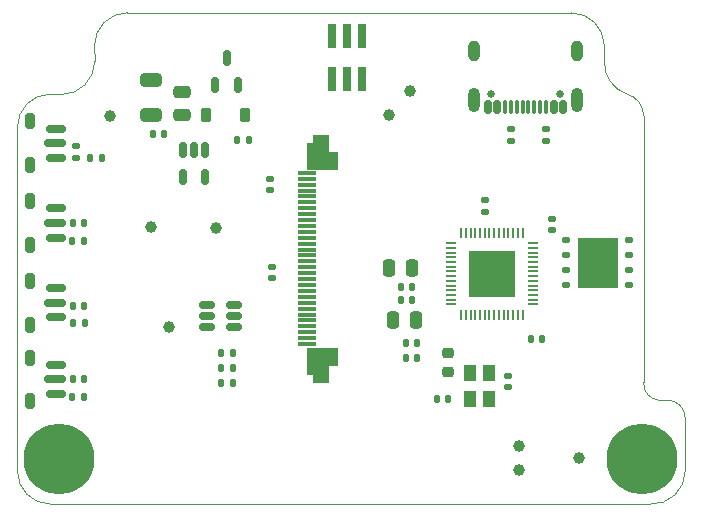
<source format=gbr>
%TF.GenerationSoftware,KiCad,Pcbnew,8.0.6*%
%TF.CreationDate,2024-11-01T22:46:24-06:00*%
%TF.ProjectId,bitaxe-ESP-OLED,62697461-7865-42d4-9553-502d4f4c4544,v0.4*%
%TF.SameCoordinates,Original*%
%TF.FileFunction,Soldermask,Bot*%
%TF.FilePolarity,Negative*%
%FSLAX46Y46*%
G04 Gerber Fmt 4.6, Leading zero omitted, Abs format (unit mm)*
G04 Created by KiCad (PCBNEW 8.0.6) date 2024-11-01 22:46:24*
%MOMM*%
%LPD*%
G01*
G04 APERTURE LIST*
G04 Aperture macros list*
%AMRoundRect*
0 Rectangle with rounded corners*
0 $1 Rounding radius*
0 $2 $3 $4 $5 $6 $7 $8 $9 X,Y pos of 4 corners*
0 Add a 4 corners polygon primitive as box body*
4,1,4,$2,$3,$4,$5,$6,$7,$8,$9,$2,$3,0*
0 Add four circle primitives for the rounded corners*
1,1,$1+$1,$2,$3*
1,1,$1+$1,$4,$5*
1,1,$1+$1,$6,$7*
1,1,$1+$1,$8,$9*
0 Add four rect primitives between the rounded corners*
20,1,$1+$1,$2,$3,$4,$5,0*
20,1,$1+$1,$4,$5,$6,$7,0*
20,1,$1+$1,$6,$7,$8,$9,0*
20,1,$1+$1,$8,$9,$2,$3,0*%
G04 Aperture macros list end*
%ADD10C,0.010000*%
%ADD11RoundRect,0.150000X-0.512500X-0.150000X0.512500X-0.150000X0.512500X0.150000X-0.512500X0.150000X0*%
%ADD12C,0.990600*%
%ADD13C,0.800000*%
%ADD14C,6.000000*%
%ADD15RoundRect,0.250000X0.475000X-0.250000X0.475000X0.250000X-0.475000X0.250000X-0.475000X-0.250000X0*%
%ADD16RoundRect,0.050000X-0.700000X0.150000X-0.700000X-0.150000X0.700000X-0.150000X0.700000X0.150000X0*%
%ADD17RoundRect,0.135000X-0.185000X0.135000X-0.185000X-0.135000X0.185000X-0.135000X0.185000X0.135000X0*%
%ADD18RoundRect,0.200000X0.200000X-0.450000X0.200000X0.450000X-0.200000X0.450000X-0.200000X-0.450000X0*%
%ADD19O,1.750000X0.740000*%
%ADD20RoundRect,0.150000X0.750000X-0.150000X0.750000X0.150000X-0.750000X0.150000X-0.750000X-0.150000X0*%
%ADD21RoundRect,0.135000X-0.135000X-0.185000X0.135000X-0.185000X0.135000X0.185000X-0.135000X0.185000X0*%
%ADD22RoundRect,0.250000X0.250000X0.475000X-0.250000X0.475000X-0.250000X-0.475000X0.250000X-0.475000X0*%
%ADD23R,1.100000X1.400000*%
%ADD24RoundRect,0.140000X-0.140000X-0.170000X0.140000X-0.170000X0.140000X0.170000X-0.140000X0.170000X0*%
%ADD25RoundRect,0.140000X-0.170000X0.140000X-0.170000X-0.140000X0.170000X-0.140000X0.170000X0.140000X0*%
%ADD26RoundRect,0.140000X0.170000X-0.140000X0.170000X0.140000X-0.170000X0.140000X-0.170000X-0.140000X0*%
%ADD27C,1.000000*%
%ADD28C,0.650000*%
%ADD29RoundRect,0.150000X-0.150000X-0.425000X0.150000X-0.425000X0.150000X0.425000X-0.150000X0.425000X0*%
%ADD30RoundRect,0.075000X-0.075000X-0.500000X0.075000X-0.500000X0.075000X0.500000X-0.075000X0.500000X0*%
%ADD31O,1.000000X1.800000*%
%ADD32O,1.000000X2.100000*%
%ADD33RoundRect,0.150000X-0.150000X0.512500X-0.150000X-0.512500X0.150000X-0.512500X0.150000X0.512500X0*%
%ADD34RoundRect,0.135000X0.135000X0.185000X-0.135000X0.185000X-0.135000X-0.185000X0.135000X-0.185000X0*%
%ADD35RoundRect,0.050000X-0.350000X-0.050000X0.350000X-0.050000X0.350000X0.050000X-0.350000X0.050000X0*%
%ADD36RoundRect,0.050000X-0.050000X-0.350000X0.050000X-0.350000X0.050000X0.350000X-0.050000X0.350000X0*%
%ADD37R,4.000000X4.000000*%
%ADD38RoundRect,0.150000X0.150000X-0.512500X0.150000X0.512500X-0.150000X0.512500X-0.150000X-0.512500X0*%
%ADD39RoundRect,0.125000X0.250000X0.125000X-0.250000X0.125000X-0.250000X-0.125000X0.250000X-0.125000X0*%
%ADD40R,3.400000X4.300000*%
%ADD41RoundRect,0.218750X0.256250X-0.218750X0.256250X0.218750X-0.256250X0.218750X-0.256250X-0.218750X0*%
%ADD42RoundRect,0.140000X0.140000X0.170000X-0.140000X0.170000X-0.140000X-0.170000X0.140000X-0.170000X0*%
%ADD43RoundRect,0.225000X-0.225000X-0.375000X0.225000X-0.375000X0.225000X0.375000X-0.225000X0.375000X0*%
%ADD44RoundRect,0.250000X0.650000X-0.325000X0.650000X0.325000X-0.650000X0.325000X-0.650000X-0.325000X0*%
%ADD45R,0.750000X2.100000*%
%TA.AperFunction,Profile*%
%ADD46C,0.100000*%
%TD*%
G04 APERTURE END LIST*
D10*
%TO.C,J4*%
X156400000Y-73950000D02*
X157100000Y-73950000D01*
X157100000Y-75400000D01*
X154600000Y-75400000D01*
X154600000Y-73250000D01*
X155100000Y-73250000D01*
X155100000Y-72550000D01*
X156400000Y-72550000D01*
X156400000Y-73950000D01*
G36*
X156400000Y-73950000D02*
G01*
X157100000Y-73950000D01*
X157100000Y-75400000D01*
X154600000Y-75400000D01*
X154600000Y-73250000D01*
X155100000Y-73250000D01*
X155100000Y-72550000D01*
X156400000Y-72550000D01*
X156400000Y-73950000D01*
G37*
X157100000Y-92050000D02*
X156400000Y-92050000D01*
X156400000Y-93450000D01*
X155100000Y-93450000D01*
X155100000Y-92750000D01*
X154600000Y-92750000D01*
X154600000Y-90600000D01*
X157100000Y-90600000D01*
X157100000Y-92050000D01*
G36*
X157100000Y-92050000D02*
G01*
X156400000Y-92050000D01*
X156400000Y-93450000D01*
X155100000Y-93450000D01*
X155100000Y-92750000D01*
X154600000Y-92750000D01*
X154600000Y-90600000D01*
X157100000Y-90600000D01*
X157100000Y-92050000D01*
G37*
%TD*%
D11*
%TO.C,U3*%
X146162500Y-88812500D03*
X146162500Y-87862500D03*
X146162500Y-86912500D03*
X148437500Y-86912500D03*
X148437500Y-87862500D03*
X148437500Y-88812500D03*
%TD*%
D12*
%TO.C,J3*%
X177625000Y-99920000D03*
X172545000Y-100936000D03*
X172545000Y-98904000D03*
%TD*%
D13*
%TO.C,H3*%
X131323000Y-100000000D03*
X131982010Y-98409010D03*
X131982010Y-101590990D03*
X133573000Y-97750000D03*
D14*
X133573000Y-100000000D03*
D13*
X133573000Y-102250000D03*
X135163990Y-98409010D03*
X135163990Y-101590990D03*
X135823000Y-100000000D03*
%TD*%
%TO.C,H4*%
X180750000Y-100000000D03*
X181409010Y-98409010D03*
X181409010Y-101590990D03*
X183000000Y-97750000D03*
D14*
X183000000Y-100000000D03*
D13*
X183000000Y-102250000D03*
X184590990Y-98409010D03*
X184590990Y-101590990D03*
X185250000Y-100000000D03*
%TD*%
D15*
%TO.C,C15*%
X144050000Y-70850000D03*
X144050000Y-68950000D03*
%TD*%
D16*
%TO.C,J4*%
X154600000Y-75750000D03*
X154600000Y-76250000D03*
X154600000Y-76750000D03*
X154600000Y-77250000D03*
X154600000Y-77750000D03*
X154600000Y-78250000D03*
X154600000Y-78750000D03*
X154600000Y-79250000D03*
X154600000Y-79750000D03*
X154600000Y-80250000D03*
X154600000Y-80750000D03*
X154600000Y-81250000D03*
X154600000Y-81750000D03*
X154600000Y-82250000D03*
X154600000Y-82750000D03*
X154600000Y-83250000D03*
X154600000Y-83750000D03*
X154600000Y-84250000D03*
X154600000Y-84750000D03*
X154600000Y-85250000D03*
X154600000Y-85750000D03*
X154600000Y-86250000D03*
X154600000Y-86750000D03*
X154600000Y-87250000D03*
X154600000Y-87750000D03*
X154600000Y-88250000D03*
X154600000Y-88750000D03*
X154600000Y-89250000D03*
X154600000Y-89750000D03*
X154600000Y-90250000D03*
%TD*%
D17*
%TO.C,R6*%
X174850000Y-72040000D03*
X174850000Y-73060000D03*
%TD*%
D18*
%TO.C,SW4*%
X131150000Y-95100000D03*
X131150000Y-91400000D03*
D19*
X133350000Y-94480000D03*
X133350000Y-92020000D03*
D20*
X133250000Y-93250000D03*
%TD*%
D18*
%TO.C,SW2*%
X131150000Y-88600000D03*
X131150000Y-84900000D03*
D19*
X133350000Y-87980000D03*
X133350000Y-85520000D03*
D20*
X133250000Y-86750000D03*
%TD*%
D17*
%TO.C,R5*%
X171850000Y-72040000D03*
X171850000Y-73060000D03*
%TD*%
D21*
%TO.C,R10*%
X147290000Y-93550000D03*
X148310000Y-93550000D03*
%TD*%
D22*
%TO.C,C4*%
X163800000Y-88200000D03*
X161900000Y-88200000D03*
%TD*%
D23*
%TO.C,Y1*%
X170000000Y-92700000D03*
X170000000Y-94900000D03*
X168400000Y-94900000D03*
X168400000Y-92700000D03*
%TD*%
D18*
%TO.C,SW3*%
X131150000Y-81850000D03*
X131150000Y-78150000D03*
D19*
X133350000Y-81230000D03*
X133350000Y-78770000D03*
D20*
X133250000Y-80000000D03*
%TD*%
D24*
%TO.C,C20*%
X134770000Y-80000000D03*
X135730000Y-80000000D03*
%TD*%
D25*
%TO.C,C1*%
X135000000Y-73520000D03*
X135000000Y-74480000D03*
%TD*%
D26*
%TO.C,C7*%
X171650000Y-93900000D03*
X171650000Y-92940000D03*
%TD*%
D27*
%TO.C,TP10*%
X141400000Y-80350000D03*
%TD*%
D28*
%TO.C,J2*%
X170210000Y-69105000D03*
X175990000Y-69105000D03*
D29*
X169900000Y-70180000D03*
X170700000Y-70180000D03*
D30*
X171850000Y-70180000D03*
X172850000Y-70180000D03*
X173350000Y-70180000D03*
X174350000Y-70180000D03*
D29*
X175500000Y-70180000D03*
X176300000Y-70180000D03*
X176300000Y-70180000D03*
X175500000Y-70180000D03*
D30*
X174850000Y-70180000D03*
X173850000Y-70180000D03*
X172350000Y-70180000D03*
X171350000Y-70180000D03*
D29*
X170700000Y-70180000D03*
X169900000Y-70180000D03*
D31*
X168780000Y-65425000D03*
D32*
X168780000Y-69605000D03*
D31*
X177420000Y-65425000D03*
D32*
X177420000Y-69605000D03*
%TD*%
D27*
%TO.C,TP13*%
X142950000Y-88800000D03*
%TD*%
D33*
%TO.C,U1*%
X144100000Y-73862500D03*
X145050000Y-73862500D03*
X146000000Y-73862500D03*
X146000000Y-76137500D03*
X144100000Y-76137500D03*
%TD*%
D34*
%TO.C,R1*%
X137210000Y-74500000D03*
X136190000Y-74500000D03*
%TD*%
D35*
%TO.C,U2*%
X166800000Y-86900000D03*
X166800000Y-86500000D03*
X166800000Y-86100000D03*
X166800000Y-85700000D03*
X166800000Y-85300000D03*
X166800000Y-84900000D03*
X166800000Y-84500000D03*
X166800000Y-84100000D03*
X166800000Y-83700000D03*
X166800000Y-83300000D03*
X166800000Y-82900000D03*
X166800000Y-82500000D03*
X166800000Y-82100000D03*
X166800000Y-81700000D03*
D36*
X167650000Y-80850000D03*
X168050000Y-80850000D03*
X168450000Y-80850000D03*
X168850000Y-80850000D03*
X169250000Y-80850000D03*
X169650000Y-80850000D03*
X170050000Y-80850000D03*
X170450000Y-80850000D03*
X170850000Y-80850000D03*
X171250000Y-80850000D03*
X171650000Y-80850000D03*
X172050000Y-80850000D03*
X172450000Y-80850000D03*
X172850000Y-80850000D03*
D35*
X173700000Y-81700000D03*
X173700000Y-82100000D03*
X173700000Y-82500000D03*
X173700000Y-82900000D03*
X173700000Y-83300000D03*
X173700000Y-83700000D03*
X173700000Y-84100000D03*
X173700000Y-84500000D03*
X173700000Y-84900000D03*
X173700000Y-85300000D03*
X173700000Y-85700000D03*
X173700000Y-86100000D03*
X173700000Y-86500000D03*
X173700000Y-86900000D03*
D36*
X172850000Y-87750000D03*
X172450000Y-87750000D03*
X172050000Y-87750000D03*
X171650000Y-87750000D03*
X171250000Y-87750000D03*
X170850000Y-87750000D03*
X170450000Y-87750000D03*
X170050000Y-87750000D03*
X169650000Y-87750000D03*
X169250000Y-87750000D03*
X168850000Y-87750000D03*
X168450000Y-87750000D03*
X168050000Y-87750000D03*
X167650000Y-87750000D03*
D37*
X170250000Y-84300000D03*
%TD*%
D38*
%TO.C,Q1*%
X148750000Y-68287500D03*
X146850000Y-68287500D03*
X147800000Y-66012500D03*
%TD*%
D22*
%TO.C,C9*%
X163450000Y-83800000D03*
X161550000Y-83800000D03*
%TD*%
D21*
%TO.C,R9*%
X147290000Y-92250000D03*
X148310000Y-92250000D03*
%TD*%
D27*
%TO.C,TP1*%
X163300000Y-68850000D03*
%TD*%
D25*
%TO.C,C18*%
X151650000Y-83720000D03*
X151650000Y-84680000D03*
%TD*%
D39*
%TO.C,U4*%
X181900000Y-81450000D03*
X181900000Y-82720000D03*
X181900000Y-83990000D03*
X181900000Y-85260000D03*
X176500000Y-85260000D03*
X176500000Y-83990000D03*
X176500000Y-82720000D03*
X176500000Y-81450000D03*
D40*
X179200000Y-83355000D03*
%TD*%
D34*
%TO.C,R4*%
X135760000Y-94750000D03*
X134740000Y-94750000D03*
%TD*%
D41*
%TO.C,L1*%
X166550000Y-92587500D03*
X166550000Y-91012500D03*
%TD*%
D26*
%TO.C,C6*%
X169650000Y-79030000D03*
X169650000Y-78070000D03*
%TD*%
D34*
%TO.C,R3*%
X135760000Y-81500000D03*
X134740000Y-81500000D03*
%TD*%
D42*
%TO.C,C16*%
X142530000Y-72500000D03*
X141570000Y-72500000D03*
%TD*%
D43*
%TO.C,D1*%
X146050000Y-70850000D03*
X149350000Y-70850000D03*
%TD*%
D42*
%TO.C,C13*%
X163930000Y-91450000D03*
X162970000Y-91450000D03*
%TD*%
D27*
%TO.C,TP11*%
X137950000Y-70900000D03*
%TD*%
D42*
%TO.C,C11*%
X163930000Y-90200000D03*
X162970000Y-90200000D03*
%TD*%
%TO.C,C5*%
X163530000Y-86550000D03*
X162570000Y-86550000D03*
%TD*%
%TO.C,C10*%
X174530000Y-89850000D03*
X173570000Y-89850000D03*
%TD*%
D34*
%TO.C,R2*%
X135770000Y-88500000D03*
X134750000Y-88500000D03*
%TD*%
D24*
%TO.C,C2*%
X134760000Y-87000000D03*
X135720000Y-87000000D03*
%TD*%
%TO.C,C8*%
X165570000Y-94900000D03*
X166530000Y-94900000D03*
%TD*%
D34*
%TO.C,R7*%
X149710000Y-72950000D03*
X148690000Y-72950000D03*
%TD*%
D24*
%TO.C,C3*%
X134770000Y-93200000D03*
X135730000Y-93200000D03*
%TD*%
D18*
%TO.C,SW1*%
X131150000Y-75100000D03*
X131150000Y-71400000D03*
D19*
X133350000Y-74480000D03*
X133350000Y-72020000D03*
D20*
X133250000Y-73250000D03*
%TD*%
D44*
%TO.C,C14*%
X141350000Y-70825000D03*
X141350000Y-67875000D03*
%TD*%
D27*
%TO.C,TP8*%
X146900000Y-80400000D03*
%TD*%
D42*
%TO.C,C12*%
X163530000Y-85400000D03*
X162570000Y-85400000D03*
%TD*%
D45*
%TO.C,J1*%
X159270000Y-64200000D03*
X159270000Y-67800000D03*
X158000000Y-64200000D03*
X158000000Y-67800000D03*
X156730000Y-64200000D03*
X156730000Y-67800000D03*
%TD*%
D21*
%TO.C,R8*%
X147290000Y-91000000D03*
X148310000Y-91000000D03*
%TD*%
D27*
%TO.C,TP2*%
X161550000Y-70850000D03*
%TD*%
D25*
%TO.C,C17*%
X151450000Y-76270000D03*
X151450000Y-77230000D03*
%TD*%
D26*
%TO.C,C19*%
X175300000Y-80630000D03*
X175300000Y-79670000D03*
%TD*%
D46*
X132873000Y-103800000D02*
G75*
G02*
X130073000Y-101000000I0J2800000D01*
G01*
X176970101Y-62204899D02*
X139400000Y-62200000D01*
X186624568Y-100999053D02*
G75*
G02*
X183647004Y-103799936I-2818968J13653D01*
G01*
X130079899Y-71879899D02*
G75*
G02*
X132879899Y-69079899I2800001J-1D01*
G01*
X132873000Y-103800000D02*
X183647000Y-103800000D01*
X136600000Y-65000000D02*
G75*
G02*
X139400000Y-62200000I2800000J0D01*
G01*
X133820101Y-69120101D02*
X132879899Y-69079899D01*
X136600000Y-65000000D02*
X136620101Y-66320101D01*
X181675506Y-69070020D02*
G75*
G02*
X179779899Y-66420101I904394J2649920D01*
G01*
X181675506Y-69070020D02*
G75*
G02*
X183102045Y-70950000I-525506J-1879980D01*
G01*
X186620000Y-96500000D02*
X186620000Y-101000000D01*
X130079899Y-71879899D02*
X130073000Y-101000000D01*
X184400000Y-95000000D02*
X185120000Y-95000000D01*
X183102045Y-70950000D02*
X183100000Y-93500000D01*
X136620101Y-66320101D02*
G75*
G02*
X133820101Y-69120101I-2800001J1D01*
G01*
X176970101Y-62204899D02*
G75*
G02*
X179770101Y-65004899I-1J-2800001D01*
G01*
X184400000Y-95000000D02*
G75*
G02*
X183100000Y-93500000I100000J1400000D01*
G01*
X179770101Y-65004899D02*
X179779899Y-66420101D01*
X185120000Y-95000000D02*
G75*
G02*
X186620000Y-96500000I0J-1500000D01*
G01*
M02*

</source>
